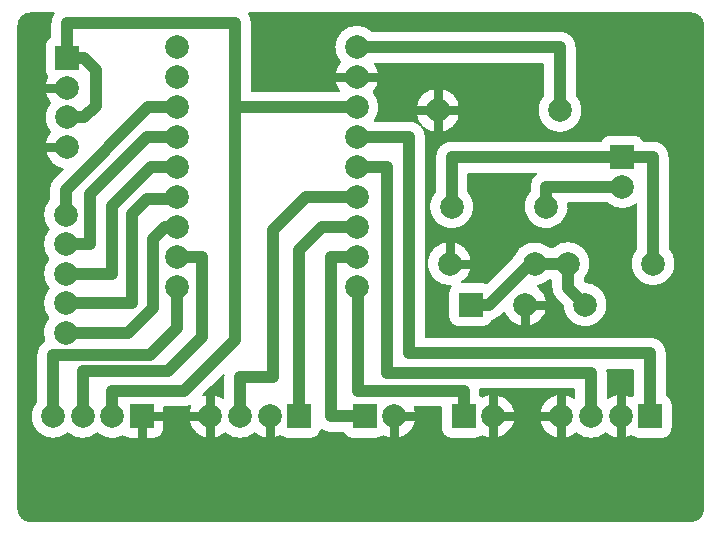
<source format=gbl>
G04 Layer: BottomLayer*
G04 EasyEDA Pro v2.2.40.8, 2025-10-10 01:47:25*
G04 Gerber Generator version 0.3*
G04 Scale: 100 percent, Rotated: No, Reflected: No*
G04 Dimensions in millimeters*
G04 Leading zeros omitted, absolute positions, 4 integers and 5 decimals*
G04 Generated by custom config*
%FSLAX45Y45*%
%MOMM*%
%ADD10C,0.2032*%
%ADD11C,0.8*%
%ADD12R,2.0X2.0*%
%ADD13C,0.00254*%
%ADD14C,2.0*%
%ADD15C,1.0068*%
%ADD16C,1.0*%
G75*


G04 Copper Start*
G36*
G01X-100000Y4298730D02*
G01X-3848655Y4298730D01*
G01X-3837205Y4279979D01*
G01X-3828820Y4259671D01*
G01X-3823705Y4238304D01*
G01X-3821986Y4216400D01*
G01X-3821986Y3645614D01*
G01X-3086526Y3645614D01*
G01X-3100600Y3667538D01*
G01X-3111550Y3691178D01*
G01X-3119170Y3716092D01*
G01X-3123319Y3741812D01*
G01X-3123917Y3767858D01*
G01X-3120955Y3793742D01*
G01X-3114487Y3818979D01*
G01X-3104635Y3843098D01*
G01X-3091583Y3865645D01*
G01X-3075575Y3886200D01*
G01X-3091728Y3906971D01*
G01X-3104864Y3929770D01*
G01X-3114731Y3954162D01*
G01X-3121141Y3979682D01*
G01X-3123972Y4005841D01*
G01X-3123170Y4032141D01*
G01X-3118750Y4058080D01*
G01X-3110796Y4083161D01*
G01X-3099461Y4106907D01*
G01X-3084960Y4128863D01*
G01X-3067571Y4148611D01*
G01X-3047626Y4165772D01*
G01X-3025506Y4180021D01*
G01X-3001632Y4191084D01*
G01X-2976461Y4198751D01*
G01X-2950474Y4202874D01*
G01X-2924167Y4203375D01*
G01X-2898041Y4200245D01*
G01X-2872596Y4193544D01*
G01X-2848319Y4183399D01*
G01X-2825671Y4170003D01*
G01X-2805087Y4153614D01*
G01X-1213300Y4153614D01*
G01X-1191334Y4151885D01*
G01X-1169910Y4146742D01*
G01X-1149553Y4138310D01*
G01X-1130767Y4126797D01*
G01X-1114012Y4112488D01*
G01X-1099703Y4095733D01*
G01X-1088190Y4076947D01*
G01X-1079758Y4056590D01*
G01X-1074615Y4035166D01*
G01X-1072886Y4013200D01*
G01X-1072886Y3606713D01*
G01X-1055827Y3585150D01*
G01X-1042051Y3561355D01*
G01X-1031846Y3535824D01*
G01X-1025425Y3509089D01*
G01X-1022920Y3481708D01*
G01X-1024385Y3454252D01*
G01X-1029789Y3427293D01*
G01X-1039020Y3401394D01*
G01X-1051884Y3377093D01*
G01X-1068113Y3354899D01*
G01X-1087370Y3335274D01*
G01X-1109253Y3318627D01*
G01X-1133305Y3305304D01*
G01X-1159025Y3295585D01*
G01X-1185877Y3289671D01*
G01X-1213300Y3287686D01*
G01X-1240724Y3289671D01*
G01X-1267575Y3295585D01*
G01X-1293295Y3305304D01*
G01X-1317347Y3318627D01*
G01X-1339230Y3335274D01*
G01X-1358487Y3354899D01*
G01X-1374716Y3377093D01*
G01X-1387581Y3401394D01*
G01X-1396811Y3427293D01*
G01X-1402215Y3454252D01*
G01X-1403680Y3481708D01*
G01X-1401176Y3509089D01*
G01X-1394754Y3535824D01*
G01X-1384549Y3561355D01*
G01X-1370773Y3585150D01*
G01X-1353714Y3606713D01*
G01X-1353714Y3872786D01*
G01X-2780874Y3872786D01*
G01X-2766800Y3850862D01*
G01X-2755850Y3827222D01*
G01X-2748230Y3802308D01*
G01X-2744081Y3776588D01*
G01X-2743483Y3750542D01*
G01X-2746445Y3724658D01*
G01X-2752913Y3699421D01*
G01X-2762765Y3675302D01*
G01X-2775817Y3652755D01*
G01X-2791825Y3632200D01*
G01X-2775817Y3611645D01*
G01X-2762765Y3589098D01*
G01X-2752913Y3564979D01*
G01X-2746445Y3539742D01*
G01X-2743483Y3513858D01*
G01X-2744081Y3487812D01*
G01X-2745648Y3478100D01*
G01X-2437714Y3478100D01*
G01X-2435776Y3505199D01*
G01X-2430001Y3531746D01*
G01X-2420507Y3557201D01*
G01X-2407487Y3581046D01*
G01X-2391205Y3602795D01*
G01X-2371995Y3622005D01*
G01X-2350246Y3638287D01*
G01X-2326401Y3651307D01*
G01X-2300946Y3660801D01*
G01X-2274399Y3666576D01*
G01X-2247300Y3668514D01*
G01X-2220201Y3666576D01*
G01X-2193654Y3660801D01*
G01X-2168199Y3651307D01*
G01X-2144354Y3638287D01*
G01X-2122605Y3622005D01*
G01X-2103395Y3602795D01*
G01X-2087113Y3581046D01*
G01X-2074093Y3557201D01*
G01X-2064599Y3531746D01*
G01X-2058824Y3505199D01*
G01X-2056886Y3478100D01*
G01X-2056886Y3478100D01*
G01X-2058824Y3451001D01*
G01X-2064599Y3424454D01*
G01X-2074093Y3398999D01*
G01X-2087113Y3375154D01*
G01X-2103395Y3353405D01*
G01X-2122605Y3334195D01*
G01X-2144354Y3317913D01*
G01X-2168199Y3304893D01*
G01X-2193654Y3295399D01*
G01X-2220201Y3289624D01*
G01X-2247300Y3287686D01*
G01X-2274399Y3289624D01*
G01X-2300946Y3295399D01*
G01X-2326401Y3304893D01*
G01X-2350246Y3317913D01*
G01X-2371995Y3334195D01*
G01X-2391205Y3353405D01*
G01X-2407487Y3375154D01*
G01X-2420507Y3398999D01*
G01X-2430001Y3424454D01*
G01X-2435776Y3451001D01*
G01X-2437714Y3478100D01*
G01X-2745648Y3478100D01*
G01X-2748230Y3462092D01*
G01X-2755850Y3437178D01*
G01X-2766800Y3413538D01*
G01X-2780874Y3391614D01*
G01X-2489200Y3391614D01*
G01X-2467234Y3389885D01*
G01X-2445810Y3384742D01*
G01X-2425453Y3376310D01*
G01X-2406667Y3364797D01*
G01X-2389912Y3350488D01*
G01X-2375603Y3333733D01*
G01X-2364090Y3314947D01*
G01X-2355658Y3294590D01*
G01X-2350515Y3273166D01*
G01X-2348786Y3251200D01*
G01X-2348786Y2666708D01*
G01X-2320680Y2666708D01*
G01X-2318176Y2694089D01*
G01X-2311754Y2720824D01*
G01X-2301549Y2746355D01*
G01X-2287773Y2770150D01*
G01X-2270714Y2791714D01*
G01X-2270714Y3082393D01*
G01X-2268985Y3104359D01*
G01X-2263842Y3125784D01*
G01X-2255410Y3146140D01*
G01X-2243897Y3164927D01*
G01X-2229588Y3181681D01*
G01X-2212833Y3195991D01*
G01X-2194047Y3207503D01*
G01X-2173690Y3215935D01*
G01X-2152266Y3221079D01*
G01X-2130300Y3222807D01*
G01X-866679Y3222807D01*
G01X-857889Y3236964D01*
G01X-846649Y3249267D01*
G01X-833343Y3259298D01*
G01X-818422Y3266717D01*
G01X-802393Y3271272D01*
G01X-785800Y3272808D01*
G01X-585800Y3272808D01*
G01X-569207Y3271272D01*
G01X-553178Y3266717D01*
G01X-538257Y3259298D01*
G01X-524951Y3249267D01*
G01X-513711Y3236964D01*
G01X-504921Y3222807D01*
G01X-425256Y3222807D01*
G01X-403290Y3221079D01*
G01X-381865Y3215935D01*
G01X-361509Y3207503D01*
G01X-342722Y3195991D01*
G01X-325968Y3181681D01*
G01X-311658Y3164927D01*
G01X-300146Y3146140D01*
G01X-291714Y3125784D01*
G01X-286570Y3104359D01*
G01X-284842Y3082393D01*
G01X-284842Y2309513D01*
G01X-267783Y2287950D01*
G01X-254007Y2264155D01*
G01X-243802Y2238624D01*
G01X-237380Y2211889D01*
G01X-234876Y2184508D01*
G01X-236341Y2157052D01*
G01X-241745Y2130093D01*
G01X-250975Y2104194D01*
G01X-263839Y2079893D01*
G01X-280069Y2057699D01*
G01X-299326Y2038074D01*
G01X-321209Y2021427D01*
G01X-345261Y2008104D01*
G01X-370981Y1998385D01*
G01X-397832Y1992471D01*
G01X-425256Y1990486D01*
G01X-425256Y1990486D01*
G01X-452679Y1992471D01*
G01X-479531Y1998385D01*
G01X-505251Y2008104D01*
G01X-529303Y2021427D01*
G01X-551185Y2038074D01*
G01X-570442Y2057699D01*
G01X-586672Y2079893D01*
G01X-599536Y2104194D01*
G01X-608766Y2130093D01*
G01X-614171Y2157052D01*
G01X-615636Y2184508D01*
G01X-613131Y2211889D01*
G01X-606710Y2238624D01*
G01X-596505Y2264155D01*
G01X-582729Y2287950D01*
G01X-565670Y2309513D01*
G01X-565670Y2684669D01*
G01X-587857Y2669113D01*
G01X-612027Y2656864D01*
G01X-637691Y2648170D01*
G01X-664330Y2643207D01*
G01X-691403Y2642075D01*
G01X-718363Y2644797D01*
G01X-744664Y2651319D01*
G01X-769772Y2661508D01*
G01X-793180Y2675158D01*
G01X-814413Y2691992D01*
G01X-1142091Y2691992D01*
G01X-1139892Y2664661D01*
G01X-1141642Y2637298D01*
G01X-1147304Y2610469D01*
G01X-1156761Y2584732D01*
G01X-1169816Y2560619D01*
G01X-1186198Y2538632D01*
G01X-1205569Y2519226D01*
G01X-1227526Y2502803D01*
G01X-1251615Y2489704D01*
G01X-1277335Y2480201D01*
G01X-1304153Y2474490D01*
G01X-1331513Y2472690D01*
G01X-1358849Y2474838D01*
G01X-1385592Y2480890D01*
G01X-1411189Y2490721D01*
G01X-1435108Y2504126D01*
G01X-1456854Y2520827D01*
G01X-1475976Y2540479D01*
G01X-1492077Y2562673D01*
G01X-1504824Y2586949D01*
G01X-1513952Y2612805D01*
G01X-1519271Y2639704D01*
G01X-1520673Y2667087D01*
G01X-1518126Y2694388D01*
G01X-1511685Y2721041D01*
G01X-1501483Y2746491D01*
G01X-1487731Y2770213D01*
G01X-1470714Y2791714D01*
G01X-1470714Y2832407D01*
G01X-1469154Y2853279D01*
G01X-1464509Y2873689D01*
G01X-1456881Y2893180D01*
G01X-1446440Y2911322D01*
G01X-1433419Y2927709D01*
G01X-1418106Y2941979D01*
G01X-1989886Y2941979D01*
G01X-1989886Y2791714D01*
G01X-1972827Y2770150D01*
G01X-1959051Y2746355D01*
G01X-1948846Y2720824D01*
G01X-1942424Y2694089D01*
G01X-1939920Y2666708D01*
G01X-1941385Y2639252D01*
G01X-1946789Y2612293D01*
G01X-1956020Y2586394D01*
G01X-1968884Y2562094D01*
G01X-1985113Y2539899D01*
G01X-2004370Y2520274D01*
G01X-2026253Y2503627D01*
G01X-2050305Y2490304D01*
G01X-2076025Y2480585D01*
G01X-2102877Y2474671D01*
G01X-2130300Y2472686D01*
G01X-2157723Y2474671D01*
G01X-2184575Y2480585D01*
G01X-2210295Y2490304D01*
G01X-2234347Y2503627D01*
G01X-2256230Y2520274D01*
G01X-2275487Y2539899D01*
G01X-2291716Y2562094D01*
G01X-2304581Y2586394D01*
G01X-2313811Y2612293D01*
G01X-2319215Y2639252D01*
G01X-2320680Y2666708D01*
G01X-2348786Y2666708D01*
G01X-2348786Y2171984D01*
G01X-2338749Y2171984D01*
G01X-2338071Y2199263D01*
G01X-2333500Y2226166D01*
G01X-2325130Y2252138D01*
G01X-2313134Y2276648D01*
G01X-2297758Y2299191D01*
G01X-2279317Y2319305D01*
G01X-2258190Y2336577D01*
G01X-2234812Y2350651D01*
G01X-2209662Y2361239D01*
G01X-2183256Y2368123D01*
G01X-2156138Y2371163D01*
G01X-2128864Y2370294D01*
G01X-2101994Y2365536D01*
G01X-2076080Y2356987D01*
G01X-2051654Y2344820D01*
G01X-2029219Y2329288D01*
G01X-2009233Y2310708D01*
G01X-1992109Y2289462D01*
G01X-1978198Y2265986D01*
G01X-1967785Y2240763D01*
G01X-1961084Y2214310D01*
G01X-1958233Y2187172D01*
G01X-1959291Y2159904D01*
G01X-1964235Y2133068D01*
G01X-1972965Y2107214D01*
G01X-1985301Y2082873D01*
G01X-2000989Y2060546D01*
G01X-2019708Y2040690D01*
G01X-2041072Y2023714D01*
G01X-1868500Y2023714D01*
G01X-1849833Y2021766D01*
G01X-1831970Y2016006D01*
G01X-1610312Y2237663D01*
G01X-1600323Y2263081D01*
G01X-1586800Y2286807D01*
G01X-1570022Y2308355D01*
G01X-1550334Y2327282D01*
G01X-1528141Y2343197D01*
G01X-1503899Y2355774D01*
G01X-1478108Y2364753D01*
G01X-1478108Y2364753D01*
G01X-1451297Y2369951D01*
G01X-1424019Y2371260D01*
G01X-1396834Y2368653D01*
G01X-1370301Y2362184D01*
G01X-1344967Y2351986D01*
G01X-1321352Y2338268D01*
G01X-1299942Y2321314D01*
G01X-1273858Y2321314D01*
G01X-1253191Y2337759D01*
G01X-1230448Y2351187D01*
G01X-1206066Y2361339D01*
G01X-1180514Y2368019D01*
G01X-1154283Y2371099D01*
G01X-1127879Y2370521D01*
G01X-1101808Y2366294D01*
G01X-1076573Y2358500D01*
G01X-1052659Y2347290D01*
G01X-1030527Y2332878D01*
G01X-1010601Y2315543D01*
G01X-993266Y2295617D01*
G01X-978854Y2273485D01*
G01X-967644Y2249571D01*
G01X-959850Y2224336D01*
G01X-955623Y2198265D01*
G01X-955045Y2171861D01*
G01X-958125Y2145630D01*
G01X-964805Y2120078D01*
G01X-974957Y2095695D01*
G01X-988385Y2072953D01*
G01X-1004830Y2052286D01*
G01X-1004830Y2035556D01*
G01X-992806Y2023531D01*
G01X-965495Y2020346D01*
G01X-938929Y2013261D01*
G01X-913659Y2002424D01*
G01X-890214Y1988061D01*
G01X-869082Y1970470D01*
G01X-850704Y1950020D01*
G01X-835462Y1927136D01*
G01X-823675Y1902295D01*
G01X-815589Y1876016D01*
G01X-811371Y1848847D01*
G01X-811111Y1821353D01*
G01X-814813Y1794108D01*
G01X-822400Y1767680D01*
G01X-833714Y1742621D01*
G01X-848519Y1719452D01*
G01X-866507Y1698657D01*
G01X-887302Y1680669D01*
G01X-910470Y1665864D01*
G01X-935530Y1654550D01*
G01X-961958Y1646963D01*
G01X-989202Y1643261D01*
G01X-1016696Y1643522D01*
G01X-1043866Y1647739D01*
G01X-1070145Y1655826D01*
G01X-1094986Y1667613D01*
G01X-1117870Y1682854D01*
G01X-1138320Y1701233D01*
G01X-1155911Y1722365D01*
G01X-1170274Y1745810D01*
G01X-1181111Y1771079D01*
G01X-1188196Y1797646D01*
G01X-1191381Y1824956D01*
G01X-1244532Y1878107D01*
G01X-1258842Y1894861D01*
G01X-1270354Y1913648D01*
G01X-1278786Y1934004D01*
G01X-1283929Y1955429D01*
G01X-1285658Y1977394D01*
G01X-1285658Y2040486D01*
G01X-1299942Y2040486D01*
G01X-1318061Y2025824D01*
G01X-1337836Y2013486D01*
G01X-1358970Y2003656D01*
G01X-1381147Y1996482D01*
G01X-1404034Y1992071D01*
G01X-1382271Y1975283D01*
G01X-1363151Y1955537D01*
G01X-1347073Y1933243D01*
G01X-1334372Y1908867D01*
G01X-1325314Y1882916D01*
G01X-1320085Y1855932D01*
G01X-1318797Y1828475D01*
G01X-1321475Y1801120D01*
G01X-1328063Y1774435D01*
G01X-1338425Y1748976D01*
G01X-1352344Y1725275D01*
G01X-1369531Y1703824D01*
G01X-1389626Y1685072D01*
G01X-1412213Y1669408D01*
G01X-1436819Y1657159D01*
G01X-1462932Y1648580D01*
G01X-1490009Y1643850D01*
G01X-1517484Y1643068D01*
G01X-1544786Y1646250D01*
G01X-1571345Y1653330D01*
G01X-1596608Y1664159D01*
G01X-1620048Y1678513D01*
G01X-1641178Y1696092D01*
G01X-1659557Y1716530D01*
G01X-1674802Y1739402D01*
G01X-1686595Y1764229D01*
G01X-1716812Y1734012D01*
G01X-1731917Y1720920D01*
G01X-1748728Y1710104D01*
G01X-1766905Y1701786D01*
G01X-1786078Y1696133D01*
G01X-1794643Y1681148D01*
G01X-1805900Y1668063D01*
G01X-1819437Y1657356D01*
G01X-1834763Y1649416D01*
G01X-1851318Y1644533D01*
G01X-1868500Y1642886D01*
G01X-2068500Y1642886D01*
G01X-2086139Y1644623D01*
G01X-2103100Y1649768D01*
G01X-2118731Y1658123D01*
G01X-2132432Y1669368D01*
G01X-2143677Y1683069D01*
G01X-2152032Y1698700D01*
G01X-2157177Y1715661D01*
G01X-2158914Y1733300D01*
G01X-2158914Y1933300D01*
G01X-2157577Y1948790D01*
G01X-2153606Y1963822D01*
G01X-2147119Y1977952D01*
G01X-2138307Y1990761D01*
G01X-2165590Y1991250D01*
G01X-2192524Y1995634D01*
G01X-2218554Y2003823D01*
G01X-2243146Y2015649D01*
G01X-2265796Y2030868D01*
G01X-2286037Y2049169D01*
G01X-2303455Y2070175D01*
G01X-2317692Y2093455D01*
G01X-2328454Y2118531D01*
G01X-2335522Y2144887D01*
G01X-2338749Y2171984D01*
G01X-2348786Y2171984D01*
G01X-2348786Y1562814D01*
G01X-450494Y1562814D01*
G01X-428529Y1561085D01*
G01X-407104Y1555942D01*
G01X-386748Y1547510D01*
G01X-367961Y1535997D01*
G01X-351207Y1521688D01*
G01X-336897Y1504933D01*
G01X-325385Y1486147D01*
G01X-316953Y1465790D01*
G01X-311809Y1444366D01*
G01X-310080Y1422400D01*
G01X-310080Y1068179D01*
G01X-295924Y1059389D01*
G01X-283621Y1048149D01*
G01X-273590Y1034843D01*
G01X-266171Y1019922D01*
G01X-261616Y1003893D01*
G01X-260080Y987300D01*
G01X-260080Y787300D01*
G01X-261818Y769661D01*
G01X-266963Y752700D01*
G01X-275318Y737069D01*
G01X-286562Y723368D01*
G01X-300263Y712123D01*
G01X-315894Y703768D01*
G01X-332855Y698623D01*
G01X-350494Y696886D01*
G01X-550494Y696886D01*
G01X-566770Y698363D01*
G01X-582514Y702745D01*
G01X-597211Y709890D01*
G01X-610383Y719564D01*
G01X-633662Y709004D01*
G01X-658145Y701658D01*
G01X-683392Y697656D01*
G01X-708948Y697073D01*
G01X-734351Y699918D01*
G01X-759145Y706139D01*
G01X-782881Y715626D01*
G01X-805133Y728206D01*
G01X-825500Y743654D01*
G01X-847283Y727284D01*
G01X-871180Y714190D01*
G01X-896701Y704642D01*
G01X-923323Y698834D01*
G01X-950502Y696886D01*
G01X-977680Y698837D01*
G01X-1004302Y704647D01*
G01X-1029822Y714198D01*
G01X-1053718Y727293D01*
G01X-1075499Y743665D01*
G01X-1096721Y727655D01*
G01X-1119966Y714758D01*
G01X-1144780Y705222D01*
G01X-1170680Y699236D01*
G01X-1197162Y696915D01*
G01X-1223709Y698305D01*
G01X-1249804Y703378D01*
G01X-1274937Y712036D01*
G01X-1298620Y724110D01*
G01X-1320391Y739364D01*
G01X-1339825Y757502D01*
G01X-1356544Y778169D01*
G01X-1370222Y800964D01*
G01X-1380592Y825441D01*
G01X-1387452Y851124D01*
G01X-1390668Y877512D01*
G01X-1390178Y904091D01*
G01X-1385991Y930342D01*
G01X-1378189Y955755D01*
G01X-1366924Y979833D01*
G01X-1352416Y1002108D01*
G01X-1334947Y1022145D01*
G01X-1314857Y1039554D01*
G01X-1292539Y1053996D01*
G01X-1268427Y1065188D01*
G01X-1242991Y1072914D01*
G01X-1216727Y1077022D01*
G01X-1190147Y1077432D01*
G01X-1163769Y1074137D01*
G01X-1138107Y1067200D01*
G01X-1113661Y1056757D01*
G01X-1090907Y1043011D01*
G01X-1090907Y1116886D01*
G01X-1890092Y1116886D01*
G01X-1889579Y1104900D01*
G01X-1889579Y1068179D01*
G01X-1879419Y1062246D01*
G01X-1870115Y1055044D01*
G01X-1846257Y1065817D01*
G01X-1821148Y1073217D01*
G01X-1795261Y1077102D01*
G01X-1769085Y1077401D01*
G01X-1743116Y1074106D01*
G01X-1717845Y1067282D01*
G01X-1693748Y1057056D01*
G01X-1671281Y1043621D01*
G01X-1650869Y1027232D01*
G01X-1632898Y1008199D01*
G01X-1617707Y986881D01*
G01X-1605583Y963680D01*
G01X-1596756Y939037D01*
G01X-1591392Y913415D01*
G01X-1589592Y887300D01*
G01X-1591392Y861185D01*
G01X-1596756Y835563D01*
G01X-1605583Y810920D01*
G01X-1617707Y787719D01*
G01X-1632898Y766401D01*
G01X-1650869Y747368D01*
G01X-1671281Y730979D01*
G01X-1693748Y717544D01*
G01X-1717845Y707318D01*
G01X-1743116Y700493D01*
G01X-1769085Y697199D01*
G01X-1795261Y697498D01*
G01X-1821148Y701383D01*
G01X-1846257Y708783D01*
G01X-1870115Y719556D01*
G01X-1883285Y709885D01*
G01X-1897980Y702743D01*
G01X-1913721Y698362D01*
G01X-1929993Y696886D01*
G01X-2129993Y696886D01*
G01X-2147632Y698623D01*
G01X-2164593Y703768D01*
G01X-2180225Y712123D01*
G01X-2193926Y723368D01*
G01X-2205170Y737069D01*
G01X-2213525Y752700D01*
G01X-2218670Y769661D01*
G01X-2220408Y787300D01*
G01X-2220408Y964486D01*
G01X-2444138Y964486D01*
G01X-2435183Y939836D01*
G01X-2429701Y914190D01*
G01X-2427794Y888033D01*
G01X-2429499Y861863D01*
G01X-2434784Y836175D01*
G01X-2443549Y811457D01*
G01X-2455626Y788178D01*
G01X-2470788Y766779D01*
G01X-2488746Y747666D01*
G01X-2509160Y731203D01*
G01X-2531643Y717700D01*
G01X-2555767Y707414D01*
G01X-2581077Y700541D01*
G01X-2607090Y697211D01*
G01X-2633314Y697486D01*
G01X-2659252Y701362D01*
G01X-2684411Y708766D01*
G01X-2708315Y719556D01*
G01X-2721485Y709885D01*
G01X-2736180Y702743D01*
G01X-2751921Y698362D01*
G01X-2768193Y696886D01*
G01X-2968193Y696886D01*
G01X-2984786Y698421D01*
G01X-3000816Y702976D01*
G01X-3015737Y710395D01*
G01X-3029043Y720426D01*
G01X-3040282Y732729D01*
G01X-3049072Y746886D01*
G01X-3149600Y746886D01*
G01X-3171779Y748649D01*
G01X-3193402Y753893D01*
G01X-3213925Y762486D01*
G01X-3232832Y774214D01*
G01X-3237328Y756391D01*
G01X-3245335Y739845D01*
G01X-3256523Y725261D01*
G01X-3270429Y713241D01*
G01X-3286478Y704282D01*
G01X-3304009Y698754D01*
G01X-3322294Y696886D01*
G01X-3522294Y696886D01*
G01X-3538570Y698363D01*
G01X-3554314Y702745D01*
G01X-3569011Y709890D01*
G01X-3582183Y719564D01*
G01X-3605462Y709004D01*
G01X-3629945Y701658D01*
G01X-3655192Y697656D01*
G01X-3680748Y697073D01*
G01X-3706151Y699918D01*
G01X-3730945Y706139D01*
G01X-3754681Y715626D01*
G01X-3776933Y728206D01*
G01X-3797300Y743654D01*
G01X-3819083Y727284D01*
G01X-3842980Y714190D01*
G01X-3868501Y704642D01*
G01X-3895123Y698834D01*
G01X-3922302Y696886D01*
G01X-3949480Y698837D01*
G01X-3976102Y704647D01*
G01X-4001622Y714198D01*
G01X-4025518Y727293D01*
G01X-4047299Y743665D01*
G01X-4068281Y727812D01*
G01X-4091246Y715001D01*
G01X-4115758Y705476D01*
G01X-4141347Y699419D01*
G01X-4167528Y696946D01*
G01X-4193799Y698103D01*
G01X-4219661Y702868D01*
G01X-4244619Y711152D01*
G01X-4268198Y722794D01*
G01X-4289949Y737575D01*
G01X-4309455Y755211D01*
G01X-4326346Y775366D01*
G01X-4340298Y797656D01*
G01X-4351047Y821656D01*
G01X-4358386Y846908D01*
G01X-4362177Y872930D01*
G01X-4362346Y899227D01*
G01X-4358890Y925296D01*
G01X-4351876Y950640D01*
G01X-4341437Y974776D01*
G01X-4358535Y969091D01*
G01X-4376219Y965642D01*
G01X-4394200Y964486D01*
G01X-4565380Y964486D01*
G01X-4565380Y787300D01*
G01X-4567118Y769661D01*
G01X-4572263Y752700D01*
G01X-4580618Y737069D01*
G01X-4591862Y723368D01*
G01X-4605563Y712123D01*
G01X-4621194Y703768D01*
G01X-4638155Y698623D01*
G01X-4655794Y696886D01*
G01X-4855794Y696886D01*
G01X-4872070Y698363D01*
G01X-4887814Y702745D01*
G01X-4902511Y709890D01*
G01X-4915683Y719564D01*
G01X-4938962Y709004D01*
G01X-4963445Y701658D01*
G01X-4988692Y697656D01*
G01X-5014248Y697073D01*
G01X-5039651Y699918D01*
G01X-5064445Y706139D01*
G01X-5088181Y715626D01*
G01X-5110433Y728206D01*
G01X-5130800Y743654D01*
G01X-5152583Y727284D01*
G01X-5176480Y714190D01*
G01X-5202001Y704642D01*
G01X-5228623Y698834D01*
G01X-5255802Y696886D01*
G01X-5282980Y698837D01*
G01X-5309602Y704647D01*
G01X-5335122Y714198D01*
G01X-5359018Y727293D01*
G01X-5380799Y743665D01*
G01X-5401693Y727870D01*
G01X-5424555Y715091D01*
G01X-5448956Y705570D01*
G01X-5474431Y699488D01*
G01X-5500501Y696960D01*
G01X-5526670Y698032D01*
G01X-5552445Y702686D01*
G01X-5577338Y710833D01*
G01X-5600877Y722318D01*
G01X-5622617Y736925D01*
G01X-5642148Y754378D01*
G01X-5659098Y774345D01*
G01X-5673148Y796449D01*
G01X-5684032Y820272D01*
G01X-5691544Y845364D01*
G01X-5695542Y871248D01*
G01X-5695950Y897437D01*
G01X-5692760Y923434D01*
G01X-5686033Y948747D01*
G01X-5675896Y972897D01*
G01X-5662540Y995428D01*
G01X-5646220Y1015913D01*
G01X-5646220Y1409700D01*
G01X-5644713Y1430215D01*
G01X-5640225Y1450290D01*
G01X-5632852Y1469494D01*
G01X-5622753Y1487414D01*
G01X-5610143Y1503667D01*
G01X-5595295Y1517903D01*
G01X-5578526Y1529816D01*
G01X-5585678Y1554197D01*
G01X-5589521Y1579313D01*
G01X-5589985Y1604717D01*
G01X-5587063Y1629957D01*
G01X-5580807Y1654582D01*
G01X-5571328Y1678156D01*
G01X-5558794Y1700258D01*
G01X-5543430Y1720494D01*
G01X-5559803Y1742277D01*
G01X-5572899Y1766175D01*
G01X-5582449Y1791696D01*
G01X-5588259Y1818320D01*
G01X-5590209Y1845501D01*
G01X-5588259Y1872681D01*
G01X-5582449Y1899305D01*
G01X-5572899Y1924826D01*
G01X-5559803Y1948724D01*
G01X-5543430Y1970507D01*
G01X-5559802Y1992288D01*
G01X-5572897Y2016184D01*
G01X-5582448Y2041704D01*
G01X-5588258Y2068326D01*
G01X-5590209Y2095504D01*
G01X-5588261Y2122683D01*
G01X-5582453Y2149306D01*
G01X-5572904Y2174826D01*
G01X-5559811Y2198723D01*
G01X-5543441Y2220506D01*
G01X-5559811Y2242289D01*
G01X-5572904Y2266185D01*
G01X-5582452Y2291706D01*
G01X-5588260Y2318328D01*
G01X-5590209Y2345506D01*
G01X-5588259Y2372684D01*
G01X-5582449Y2399306D01*
G01X-5572899Y2424826D01*
G01X-5559804Y2448721D01*
G01X-5543432Y2470503D01*
G01X-5560068Y2492692D01*
G01X-5573303Y2517063D01*
G01X-5582858Y2543098D01*
G01X-5588530Y2570245D01*
G01X-5590199Y2597928D01*
G01X-5587828Y2625559D01*
G01X-5581469Y2652553D01*
G01X-5571257Y2678338D01*
G01X-5557407Y2702365D01*
G01X-5540214Y2724125D01*
G01X-5540214Y2804400D01*
G01X-5538485Y2826366D01*
G01X-5533342Y2847790D01*
G01X-5524910Y2868147D01*
G01X-5513397Y2886933D01*
G01X-5499088Y2903688D01*
G01X-5421721Y2981054D01*
G01X-5447560Y2987734D01*
G01X-5472212Y2997961D01*
G01X-5495191Y3011534D01*
G01X-5516047Y3028186D01*
G01X-5534369Y3047591D01*
G01X-5549799Y3069367D01*
G01X-5562032Y3093087D01*
G01X-5570829Y3118284D01*
G01X-5576017Y3144463D01*
G01X-5577493Y3171111D01*
G01X-5575229Y3197703D01*
G01X-5569270Y3223717D01*
G01X-5559732Y3248643D01*
G01X-5546802Y3271990D01*
G01X-5530735Y3293301D01*
G01X-5547107Y3315082D01*
G01X-5560202Y3338978D01*
G01X-5569753Y3364498D01*
G01X-5575563Y3391120D01*
G01X-5577514Y3418298D01*
G01X-5575566Y3445477D01*
G01X-5569758Y3472099D01*
G01X-5560209Y3497620D01*
G01X-5547116Y3521517D01*
G01X-5530746Y3543300D01*
G01X-5544774Y3561539D01*
G01X-5556499Y3581336D01*
G01X-5565751Y3602404D01*
G01X-5572394Y3624433D01*
G01X-5576331Y3647103D01*
G01X-5577506Y3670082D01*
G01X-5575900Y3693035D01*
G01X-5571537Y3715627D01*
G01X-5564481Y3737528D01*
G01X-5554836Y3758417D01*
G01X-5564510Y3771589D01*
G01X-5571655Y3786286D01*
G01X-5576037Y3802030D01*
G01X-5577514Y3818306D01*
G01X-5577514Y4018306D01*
G01X-5575979Y4034899D01*
G01X-5571424Y4050928D01*
G01X-5564005Y4065849D01*
G01X-5553974Y4079155D01*
G01X-5541671Y4090394D01*
G01X-5527514Y4099185D01*
G01X-5527514Y4216400D01*
G01X-5525795Y4238304D01*
G01X-5520680Y4259671D01*
G01X-5512295Y4279979D01*
G01X-5500845Y4298730D01*
G01X-5700000Y4298730D01*
G01X-5719261Y4296833D01*
G01X-5737782Y4291215D01*
G01X-5754852Y4282091D01*
G01X-5769813Y4269813D01*
G01X-5782091Y4254851D01*
G01X-5791215Y4237782D01*
G01X-5796833Y4219261D01*
G01X-5798730Y4200000D01*
G01X-5798730Y100000D01*
G01X-5796833Y80739D01*
G01X-5791215Y62218D01*
G01X-5782091Y45149D01*
G01X-5769813Y30187D01*
G01X-5754852Y17909D01*
G01X-5737782Y8785D01*
G01X-5719261Y3167D01*
G01X-5700000Y1270D01*
G01X-100000Y1270D01*
G01X-80739Y3167D01*
G01X-62218Y8785D01*
G01X-45149Y17909D01*
G01X-30187Y30187D01*
G01X-17909Y45149D01*
G01X-8785Y62218D01*
G01X-3167Y80739D01*
G01X-1270Y100000D01*
G01X-1270Y4200000D01*
G01X-3167Y4219261D01*
G01X-8785Y4237782D01*
G01X-17909Y4254851D01*
G01X-30187Y4269813D01*
G01X-45149Y4282091D01*
G01X-62218Y4291215D01*
G01X-80739Y4296833D01*
G01X-100000Y4298730D01*
G37*
G36*
G01X-810079Y1257300D02*
G01X-810079Y1043028D01*
G01X-787569Y1056645D01*
G01X-763397Y1067029D01*
G01X-738024Y1073982D01*
G01X-711935Y1077371D01*
G01X-685628Y1077132D01*
G01X-659605Y1073269D01*
G01X-634362Y1065857D01*
G01X-610383Y1055036D01*
G01X-601074Y1062243D01*
G01X-590908Y1068179D01*
G01X-590908Y1281986D01*
G01X-812266Y1281986D01*
G01X-810627Y1269691D01*
G01X-810079Y1257300D01*
G37*
G36*
G01X-4062707Y1043011D02*
G01X-4062707Y1219200D01*
G01X-4061268Y1239257D01*
G01X-4232613Y1067912D01*
G01X-4208007Y1074337D01*
G01X-4182765Y1077427D01*
G01X-4157336Y1077125D01*
G01X-4132174Y1073437D01*
G01X-4107728Y1066429D01*
G01X-4084434Y1056227D01*
G01X-4062707Y1043011D01*
G37*
G54D10*
G01X-100000Y4298730D02*
G01X-3848655Y4298730D01*
G02X-3821986Y4216400I-113745J-82330D01*
G01X-3821986Y3645614D01*
G01X-3086526Y3645614D01*
G02X-3075575Y3886200I152826J113586D01*
G02X-3067571Y4148611I141875J127000D01*
G02X-2805087Y4153614I133871J-135411D01*
G01X-1213300Y4153614D01*
G02X-1072886Y4013200I0J-140414D01*
G01X-1072886Y3606713D01*
G02X-1213300Y3287686I-140414J-128613D01*
G02X-1353714Y3606713I0J190414D01*
G01X-1353714Y3872786D01*
G01X-2780874Y3872786D01*
G02X-2791825Y3632200I-152826J-113586D01*
G02X-2780874Y3391614I-141875J-127000D01*
G01X-2489200Y3391614D01*
G02X-2348786Y3251200I0J-140414D01*
G01X-2348786Y1562814D01*
G01X-450494Y1562814D01*
G02X-310080Y1422400I0J-140414D01*
G01X-310080Y1068179D01*
G02X-260080Y987300I-40414J-80879D01*
G01X-260080Y787300D01*
G02X-350494Y696886I-90414J0D01*
G01X-550494Y696886D01*
G02X-610383Y719564I0J90414D01*
G02X-825500Y743654I-90124J167736D01*
G02X-1075499Y743665I-124993J143646D01*
G02X-1390668Y877512I-125006J143635D01*
G02X-1090907Y1043011I190162J9788D01*
G01X-1090907Y1116886D01*
G01X-1890092Y1116886D01*
G02X-1889579Y1104900I-139902J-11986D01*
G01X-1889579Y1068179D01*
G02X-1870115Y1055044I-40414J-80879D01*
G02X-1589592Y887300I90108J-167744D01*
G02X-1870115Y719556I-190414J0D01*
G02X-1929993Y696886I-59879J67744D01*
G01X-2129993Y696886D01*
G02X-2220408Y787300I0J90414D01*
G01X-2220408Y964486D01*
G01X-2444138Y964486D01*
G02X-2488746Y747666I-174069J-77186D01*
G02X-2708315Y719556I-129460J139634D01*
G02X-2768193Y696886I-59879J67744D01*
G01X-2968193Y696886D01*
G02X-3049072Y746886I0J90414D01*
G01X-3149600Y746886D01*
G02X-3232832Y774214I0J140414D01*
G02X-3322294Y696886I-89462J13086D01*
G01X-3522294Y696886D01*
G02X-3582183Y719564I0J90414D01*
G02X-3797300Y743654I-90124J167736D01*
G02X-4047299Y743665I-124993J143646D01*
G02X-4289949Y737575I-125006J143635D01*
G02X-4341437Y974776I117643J149725D01*
G02X-4394200Y964486I-52763J130124D01*
G01X-4565380Y964486D01*
G01X-4565380Y787300D01*
G02X-4655794Y696886I-90414J0D01*
G01X-4855794Y696886D01*
G02X-4915683Y719564I0J90414D01*
G02X-5130800Y743654I-90124J167736D01*
G02X-5380799Y743665I-124993J143646D01*
G02X-5642148Y754378I-125006J143635D01*
G02X-5646220Y1015913I136342J132922D01*
G01X-5646220Y1409700D01*
G02X-5578526Y1529816I140414J0D01*
G02X-5543430Y1720494I178731J65672D01*
G02X-5543430Y1970507I143635J125006D01*
G02X-5543441Y2220506I143635J125006D01*
G02X-5543432Y2470503I143646J124993D01*
G02X-5590199Y2597928I143632J125009D01*
G02X-5540214Y2724125I190399J-2416D01*
G01X-5540214Y2804400D01*
G02X-5499088Y2903688I140414J0D01*
G01X-5421721Y2981054D01*
G02X-5530735Y3293301I34621J187240D01*
G02X-5530746Y3543300I143635J125006D01*
G02X-5576331Y3647103I143646J124993D01*
G02X-5554836Y3758417I189231J21191D01*
G02X-5577514Y3818306I67736J59888D01*
G01X-5577514Y4018306D01*
G02X-5527514Y4099185I90414J0D01*
G01X-5527514Y4216400D01*
G02X-5500845Y4298730I140414J0D01*
G01X-5700000Y4298730D01*
G03X-5798730Y4200000I0J-98730D01*
G01X-5798730Y100000D01*
G03X-5700000Y1270I98730J0D01*
G01X-100000Y1270D01*
G03X-1270Y100000I0J98730D01*
G01X-1270Y4200000D01*
G03X-100000Y4298730I-98730J0D01*
G01X-425256Y1990486D02*
G02X-565670Y2309513I0J190414D01*
G01X-565670Y2684669D01*
G02X-814413Y2691992I-120130J147737D01*
G01X-1142091Y2691992D01*
G02X-1385592Y2480890I-188209J-28892D01*
G02X-1470714Y2791714I55292J182210D01*
G01X-1470714Y2832407D01*
G02X-1418106Y2941979I140414J0D01*
G01X-1989886Y2941979D01*
G01X-1989886Y2791714D01*
G02X-2130300Y2472686I-140414J-128613D01*
G02X-2270714Y2791714I0J190414D01*
G01X-2270714Y3082393D01*
G02X-2130300Y3222807I140414J0D01*
G01X-866679Y3222807D01*
G02X-785800Y3272808I80879J-40414D01*
G01X-585800Y3272808D01*
G02X-504921Y3222807I0J-90414D01*
G01X-425256Y3222807D01*
G02X-284842Y3082393I0J-140414D01*
G01X-284842Y2309513D01*
G02X-425256Y1990486I-140414J-128613D01*
G01X-1478108Y2364753D02*
G02X-1299942Y2321314I49552J-183854D01*
G01X-1273858Y2321314D01*
G02X-1010601Y2315543I128613J-140414D01*
G02X-1004830Y2052286I-134643J-134643D01*
G01X-1004830Y2035556D01*
G01X-992806Y2023531D01*
G02X-866507Y1698657I-8344J-190231D01*
G02X-1191381Y1824956I-134643J134643D01*
G01X-1244532Y1878107D01*
G02X-1285658Y1977394I99288J99288D01*
G01X-1285658Y2040486D01*
G01X-1299942Y2040486D01*
G02X-1404034Y1992071I-128613J140414D01*
G02X-1389626Y1685072I-105116J-158771D01*
G02X-1686595Y1764229I-119523J148228D01*
G01X-1716812Y1734012D01*
G02X-1786078Y1696133I-99288J99288D01*
G02X-1868500Y1642886I-82422J37167D01*
G01X-2068500Y1642886D01*
G02X-2158914Y1733300I0J90414D01*
G01X-2158914Y1933300D01*
G02X-2138307Y1990761I90414J0D01*
G02X-2209662Y2361239I-10238J190139D01*
G02X-2041072Y2023714I61118J-180339D01*
G01X-1868500Y2023714D01*
G02X-1831970Y2016006I0J-90414D01*
G01X-1610312Y2237663D01*
G02X-1478108Y2364753I181757J-56764D01*
G01X-2056886Y3478100D02*
G02X-2437714Y3478100I-190414J0D01*
G02X-2056886Y3478100I190414J0D01*
G01X-810079Y1257300D02*
G01X-810079Y1043028D01*
G02X-610383Y1055036I109573J-155729D01*
G02X-590908Y1068179I59888J-67736D01*
G01X-590908Y1281986D01*
G01X-812266Y1281986D01*
G02X-810079Y1257300I-138227J-24686D01*
G01X-4062707Y1043011D02*
G01X-4062707Y1219200D01*
G02X-4061268Y1239257I140414J0D01*
G01X-4232613Y1067912D01*
G02X-4062707Y1043011I60307J-180612D01*
G54D11*
G01X-700507Y987046D02*
G01X-700507Y1067554D01*
G01X-700507Y787554D02*
G01X-700507Y707046D01*
G01X-1300252Y887300D02*
G01X-1380760Y887300D01*
G01X-1200506Y987046D02*
G01X-1200506Y1067554D01*
G01X-1200506Y787554D02*
G01X-1200506Y707046D01*
G01X-1409404Y1833300D02*
G01X-1328896Y1833300D01*
G01X-1509150Y1733554D02*
G01X-1509150Y1653046D01*
G01X-1680261Y887300D02*
G01X-1599752Y887300D01*
G01X-1780007Y787554D02*
G01X-1780007Y707046D01*
G01X-1780007Y987046D02*
G01X-1780007Y1067554D01*
G01X-2048798Y2180900D02*
G01X-1968290Y2180900D01*
G01X-2148544Y2280646D02*
G01X-2148544Y2361154D01*
G01X-2147554Y3478100D02*
G01X-2067046Y3478100D01*
G01X-2347046Y3478100D02*
G01X-2427554Y3478100D01*
G01X-2247300Y3577846D02*
G01X-2247300Y3658354D01*
G01X-2247300Y3378354D02*
G01X-2247300Y3297846D01*
G01X-2518461Y887300D02*
G01X-2437952Y887300D01*
G01X-2618207Y787554D02*
G01X-2618207Y707046D01*
G01X-2833954Y3759200D02*
G01X-2753446Y3759200D01*
G01X-3033446Y3759200D02*
G01X-3113954Y3759200D01*
G01X-3672307Y787554D02*
G01X-3672307Y707046D01*
G01X-4272052Y887300D02*
G01X-4352560Y887300D01*
G01X-4172306Y987046D02*
G01X-4172306Y1067554D01*
G01X-4172306Y787554D02*
G01X-4172306Y707046D01*
G01X-4656048Y887300D02*
G01X-4575540Y887300D01*
G01X-4755794Y787554D02*
G01X-4755794Y707046D01*
G01X-5486846Y3168294D02*
G01X-5567354Y3168294D01*
G01X-5486846Y3668293D02*
G01X-5567354Y3668293D01*
G04 Copper End*

G04 Pad Start*
G54D12*
G01X-1968500Y1833300D03*
G54D13*
G01X-400000Y300000D03*
G01X-5400000Y300000D03*
G54D14*
G01X-2933700Y4013200D03*
G01X-2933700Y3759200D03*
G01X-2933700Y3505200D03*
G01X-2933700Y3251200D03*
G01X-2933700Y2997200D03*
G01X-2933700Y2743200D03*
G01X-2933700Y2489200D03*
G01X-2933700Y2235200D03*
G01X-2933700Y1981200D03*
G01X-4457700Y1981200D03*
G01X-4457700Y2235200D03*
G01X-4457700Y2489200D03*
G01X-4457700Y2743200D03*
G01X-4457700Y2997200D03*
G01X-4457700Y3251200D03*
G01X-4457700Y3505200D03*
G01X-4457700Y3759200D03*
G01X-4457700Y4013200D03*
G54D12*
G01X-685800Y3082393D03*
G54D14*
G01X-685800Y2832407D03*
G01X-2130300Y2663100D03*
G01X-1330300Y2663100D03*
G01X-1213300Y3478100D03*
G01X-2247300Y3478100D03*
G01X-1200506Y887300D03*
G01X-950493Y887300D03*
G01X-700507Y887300D03*
G54D12*
G01X-450494Y887300D03*
G01X-2868193Y887300D03*
G54D14*
G01X-2618207Y887300D03*
G01X-4172306Y887300D03*
G01X-3922293Y887300D03*
G01X-3672307Y887300D03*
G54D12*
G01X-3422294Y887300D03*
G01X-2029993Y887300D03*
G54D14*
G01X-1780007Y887300D03*
G01X-5505806Y887300D03*
G01X-5255793Y887300D03*
G01X-5005807Y887300D03*
G54D12*
G01X-4755794Y887300D03*
G54D14*
G01X-5399795Y1845501D03*
G01X-5399795Y2095513D03*
G01X-5399795Y2345500D03*
G01X-5399800Y2595512D03*
G01X-5399795Y1595488D03*
G01X-5387100Y3168294D03*
G01X-5387100Y3418307D03*
G01X-5387100Y3668293D03*
G54D12*
G01X-5387100Y3918306D03*
G54D14*
G01X-1145244Y2180900D03*
G01X-425256Y2180900D03*
G01X-2148544Y2180900D03*
G01X-1428556Y2180900D03*
G01X-1509150Y1833300D03*
G01X-1001150Y1833300D03*
G04 Pad End*

G04 Track Start*
G54D16*
G01X-685800Y2832407D02*
G01X-1330300Y2832407D01*
G01X-685800Y3082393D02*
G01X-2130300Y3082393D01*
G01X-425256Y2180900D02*
G01X-425256Y3082393D01*
G01X-1213300Y4013200D02*
G01X-2933700Y4013200D01*
G01X-1816100Y1833300D02*
G01X-1968500Y1833300D01*
G01X-1468500Y2180900D02*
G01X-1816100Y1833300D01*
G01X-1145244Y1977394D02*
G01X-1001150Y1833300D01*
G01X-1145244Y2180900D02*
G01X-1145244Y1977394D01*
G01X-425256Y3082393D02*
G01X-685800Y3082393D01*
G01X-1330300Y2832407D02*
G01X-1330300Y2663100D01*
G01X-2130300Y3082393D02*
G01X-2130300Y2663100D01*
G01X-1213300Y3478100D02*
G01X-1213300Y4013200D01*
G01X-1428556Y2180900D02*
G01X-1468500Y2180900D01*
G01X-1145244Y2180900D02*
G01X-1428556Y2180900D01*
G01X-2921000Y1981200D02*
G01X-2933700Y1981200D01*
G01X-3149600Y2235200D02*
G01X-2933700Y2235200D01*
G01X-3922293Y887300D02*
G01X-3922293Y1219200D01*
G01X-3644900Y1219200D01*
G01X-2679700Y2997200D02*
G01X-2933700Y2997200D01*
G01X-2868193Y887300D02*
G01X-3149600Y887300D01*
G01X-3149600Y2235200D01*
G01X-2489200Y3251200D02*
G01X-2933700Y3251200D01*
G01X-4457700Y2730500D02*
G01X-4457700Y2743200D01*
G01X-4660900Y2387600D02*
G01X-4559300Y2489200D01*
G01X-4457700Y2489200D01*
G01X-5399800Y2595512D02*
G01X-5399800Y2804400D01*
G01X-4699000Y3505200D01*
G01X-4457700Y3505200D01*
G01X-4711700Y3251200D02*
G01X-4457700Y3251200D01*
G01X-5399795Y2345500D02*
G01X-5194300Y2345500D01*
G01X-5194300Y2768600D01*
G01X-4711700Y3251200D01*
G01X-5399795Y2095513D02*
G01X-5003800Y2095513D01*
G01X-5003800Y2667000D01*
G01X-4673600Y2997200D01*
G01X-4457700Y2997200D01*
G01X-5399795Y1845501D02*
G01X-4838700Y1845501D01*
G01X-4838700Y2603500D01*
G01X-4711700Y2730500D01*
G01X-4457700Y2730500D01*
G01X-5399795Y1595488D02*
G01X-4868812Y1595488D01*
G01X-4660900Y1803400D01*
G01X-4660900Y2387600D01*
G01X-4241800Y2235200D02*
G01X-4457700Y2235200D01*
G01X-5505806Y887300D02*
G01X-5505806Y1409700D01*
G01X-5255793Y887300D02*
G01X-5255793Y1270000D01*
G01X-2933700Y3505200D02*
G01X-3962400Y3505200D01*
G01X-3962400Y1536700D01*
G01X-4394200Y1104900D01*
G01X-5005807Y1104900D01*
G01X-5005807Y887300D01*
G01X-3962400Y3505200D02*
G01X-3962400Y4216400D01*
G01X-5387100Y4216400D01*
G01X-5387100Y3918306D01*
G01X-5505806Y1409700D02*
G01X-4686300Y1409700D01*
G01X-4457700Y1638300D01*
G01X-4457700Y1981200D01*
G01X-5255793Y1270000D02*
G01X-4533900Y1270000D01*
G01X-4241800Y1562100D01*
G01X-4241800Y2235200D01*
G01X-2029993Y887300D02*
G01X-2029993Y1104900D01*
G01X-2921000Y1104900D01*
G01X-2921000Y1981200D01*
G01X-950493Y887300D02*
G01X-950493Y1257300D01*
G01X-2679700Y1257300D01*
G01X-2679700Y2997200D01*
G01X-2489200Y1422400D02*
G01X-2489200Y3251200D01*
G01X-450494Y887300D02*
G01X-450494Y1422400D01*
G01X-2489200Y1422400D01*
G01X-5387100Y3918306D02*
G01X-5243500Y3918306D01*
G01X-5143500Y3818306D01*
G01X-5143500Y3518307D01*
G01X-5243500Y3418307D01*
G01X-5387100Y3418307D01*
G01X-3644900Y1219200D02*
G01X-3644900Y2463800D01*
G01X-3365500Y2743200D01*
G01X-2933700Y2743200D01*
G01X-3422294Y887300D02*
G01X-3422294Y2292706D01*
G01X-3225800Y2489200D01*
G01X-2933700Y2489200D01*
G04 Track End*

M02*


</source>
